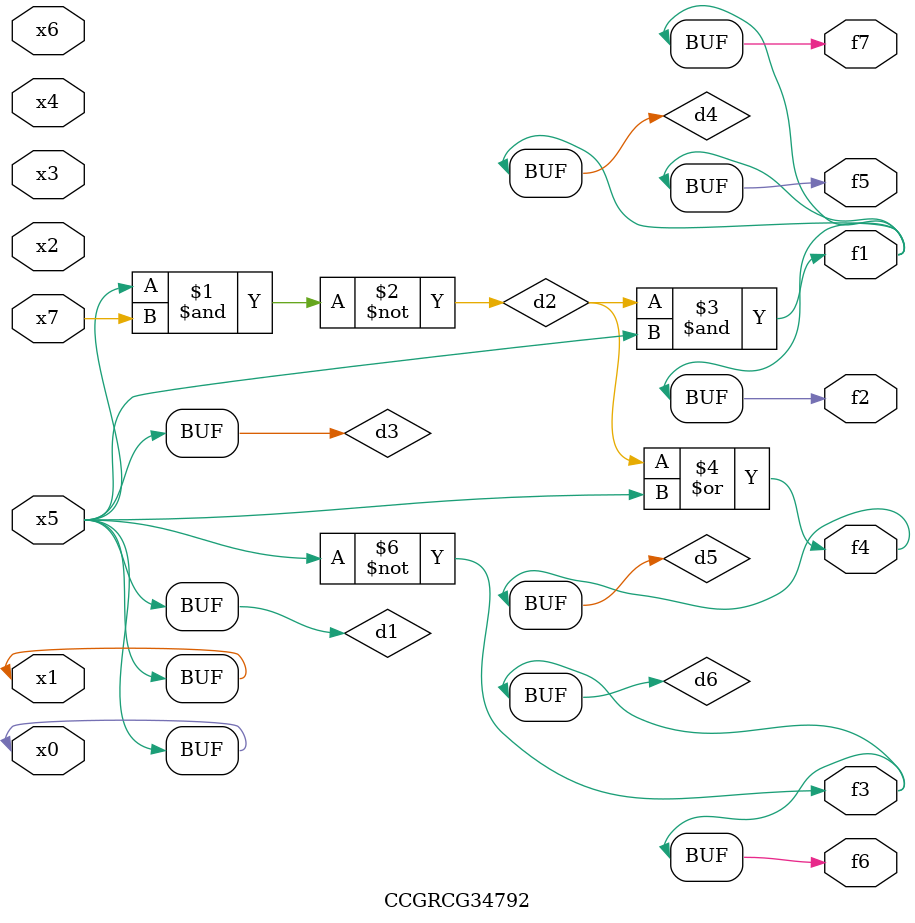
<source format=v>
module CCGRCG34792(
	input x0, x1, x2, x3, x4, x5, x6, x7,
	output f1, f2, f3, f4, f5, f6, f7
);

	wire d1, d2, d3, d4, d5, d6;

	buf (d1, x0, x5);
	nand (d2, x5, x7);
	buf (d3, x0, x1);
	and (d4, d2, d3);
	or (d5, d2, d3);
	nor (d6, d1, d3);
	assign f1 = d4;
	assign f2 = d4;
	assign f3 = d6;
	assign f4 = d5;
	assign f5 = d4;
	assign f6 = d6;
	assign f7 = d4;
endmodule

</source>
